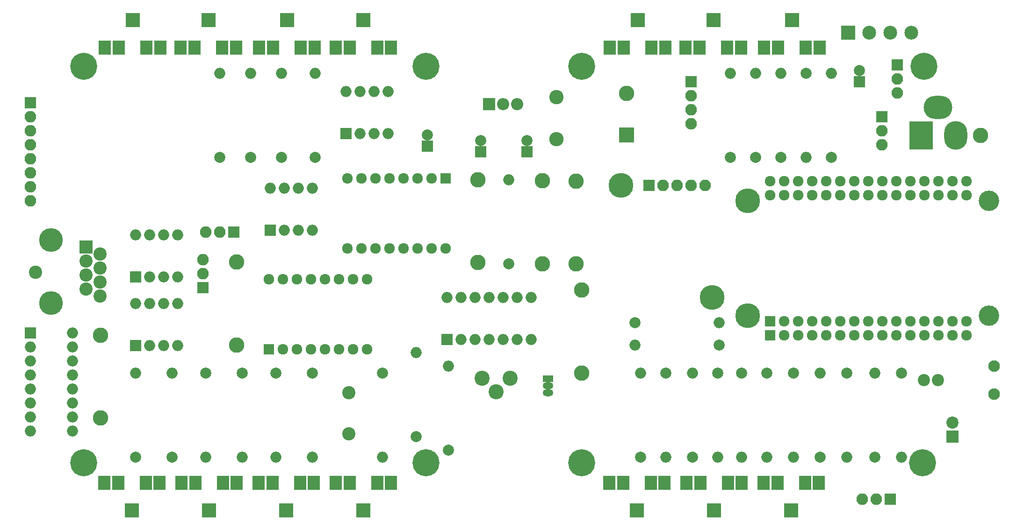
<source format=gbs>
G04 #@! TF.FileFunction,Soldermask,Bot*
%FSLAX46Y46*%
G04 Gerber Fmt 4.6, Leading zero omitted, Abs format (unit mm)*
G04 Created by KiCad (PCBNEW 4.0.7) date 12/21/17 09:23:24*
%MOMM*%
%LPD*%
G01*
G04 APERTURE LIST*
%ADD10C,0.100000*%
%ADD11C,4.900000*%
%ADD12R,2.800000X2.800000*%
%ADD13C,2.800000*%
%ADD14R,2.000000X2.000000*%
%ADD15C,2.000000*%
%ADD16O,2.000000X2.000000*%
%ADD17O,1.900000X1.300000*%
%ADD18R,1.900000X1.300000*%
%ADD19O,4.200000X5.200000*%
%ADD20R,4.200000X5.200000*%
%ADD21O,5.200000X4.200000*%
%ADD22C,2.600000*%
%ADD23O,2.600000X2.600000*%
%ADD24C,2.740000*%
%ADD25R,2.200000X2.600000*%
%ADD26R,2.600000X2.600000*%
%ADD27R,2.200000X2.200000*%
%ADD28C,2.200000*%
%ADD29R,1.924000X1.924000*%
%ADD30C,1.924000*%
%ADD31C,2.400000*%
%ADD32R,2.400000X2.400000*%
%ADD33C,4.300000*%
%ADD34R,2.100000X2.100000*%
%ADD35O,2.100000X2.100000*%
%ADD36O,2.200000X2.200000*%
%ADD37C,2.100000*%
%ADD38C,2.500000*%
%ADD39R,2.500000X2.500000*%
%ADD40C,4.500000*%
%ADD41C,3.700000*%
G04 APERTURE END LIST*
D10*
D11*
X223774000Y-125984000D03*
D12*
X170180000Y-66548000D03*
D13*
X170180000Y-59048000D03*
D14*
X152146000Y-69596000D03*
D15*
X152146000Y-67596000D03*
D13*
X162052000Y-109728000D03*
X162052000Y-94728000D03*
D14*
X143764000Y-69596000D03*
D15*
X143764000Y-67596000D03*
D14*
X134112000Y-68580000D03*
D15*
X134112000Y-66580000D03*
D13*
X154940000Y-89916000D03*
X154940000Y-74916000D03*
X161036000Y-74930000D03*
X161036000Y-89930000D03*
D14*
X212344000Y-56896000D03*
D15*
X212344000Y-54896000D03*
D13*
X99568000Y-104648000D03*
X99568000Y-89648000D03*
X74930000Y-102870000D03*
X74930000Y-117870000D03*
X143256000Y-74676000D03*
X143256000Y-89676000D03*
D14*
X81280000Y-104775000D03*
D16*
X88900000Y-97155000D03*
X83820000Y-104775000D03*
X86360000Y-97155000D03*
X86360000Y-104775000D03*
X83820000Y-97155000D03*
X88900000Y-104775000D03*
X81280000Y-97155000D03*
D14*
X81280000Y-92329000D03*
D16*
X88900000Y-84709000D03*
X83820000Y-92329000D03*
X86360000Y-84709000D03*
X86360000Y-92329000D03*
X83820000Y-84709000D03*
X88900000Y-92329000D03*
X81280000Y-84709000D03*
D17*
X155956000Y-112014000D03*
X155956000Y-113284000D03*
D18*
X155956000Y-110744000D03*
D14*
X119380000Y-66294000D03*
D16*
X127000000Y-58674000D03*
X121920000Y-66294000D03*
X124460000Y-58674000D03*
X124460000Y-66294000D03*
X121920000Y-58674000D03*
X127000000Y-66294000D03*
X119380000Y-58674000D03*
D14*
X105664000Y-83820000D03*
D16*
X113284000Y-76200000D03*
X108204000Y-83820000D03*
X110744000Y-76200000D03*
X110744000Y-83820000D03*
X108204000Y-76200000D03*
X113284000Y-83820000D03*
X105664000Y-76200000D03*
D19*
X229820000Y-66675000D03*
D20*
X223520000Y-66675000D03*
D21*
X226620000Y-61595000D03*
D13*
X234320000Y-66675000D03*
D22*
X157480000Y-59690000D03*
D23*
X157480000Y-67310000D03*
D15*
X195580000Y-109728000D03*
D16*
X195580000Y-124968000D03*
D15*
X148844000Y-89916000D03*
D16*
X148844000Y-74676000D03*
D15*
X137922000Y-123698000D03*
D16*
X137922000Y-108458000D03*
D15*
X132080000Y-121285000D03*
D16*
X132080000Y-106045000D03*
D15*
X186944000Y-104648000D03*
D16*
X171704000Y-104648000D03*
D15*
X171704000Y-100584000D03*
D16*
X186944000Y-100584000D03*
D15*
X125984000Y-109728000D03*
D16*
X125984000Y-124968000D03*
D15*
X207264000Y-70612000D03*
D16*
X207264000Y-55372000D03*
D15*
X182118000Y-124968000D03*
D16*
X182118000Y-109728000D03*
D15*
X177292000Y-109728000D03*
D16*
X177292000Y-124968000D03*
D15*
X172720000Y-124968000D03*
D16*
X172720000Y-109728000D03*
D15*
X202692000Y-55372000D03*
D16*
X202692000Y-70612000D03*
D15*
X210058000Y-109728000D03*
D16*
X210058000Y-124968000D03*
D15*
X205232000Y-124968000D03*
D16*
X205232000Y-109728000D03*
D15*
X200406000Y-109728000D03*
D16*
X200406000Y-124968000D03*
D15*
X93980000Y-109728000D03*
D16*
X93980000Y-124968000D03*
D15*
X100584000Y-109728000D03*
D16*
X100584000Y-124968000D03*
D15*
X106680000Y-109728000D03*
D16*
X106680000Y-124968000D03*
D15*
X113284000Y-109728000D03*
D16*
X113284000Y-124968000D03*
D15*
X186690000Y-109728000D03*
D16*
X186690000Y-124968000D03*
D15*
X191008000Y-109728000D03*
D16*
X191008000Y-124968000D03*
D15*
X193548000Y-70612000D03*
D16*
X193548000Y-55372000D03*
D15*
X188976000Y-70612000D03*
D16*
X188976000Y-55372000D03*
D15*
X113792000Y-70612000D03*
D16*
X113792000Y-55372000D03*
D15*
X107696000Y-70612000D03*
D16*
X107696000Y-55372000D03*
D15*
X102108000Y-70612000D03*
D16*
X102108000Y-55372000D03*
D15*
X96520000Y-70612000D03*
D16*
X96520000Y-55372000D03*
D15*
X198120000Y-70612000D03*
D16*
X198120000Y-55372000D03*
D15*
X81280000Y-124968000D03*
D16*
X81280000Y-109728000D03*
D15*
X87884000Y-124968000D03*
D16*
X87884000Y-109728000D03*
D14*
X62230000Y-102489000D03*
D16*
X69850000Y-120269000D03*
X62230000Y-105029000D03*
X69850000Y-117729000D03*
X62230000Y-107569000D03*
X69850000Y-115189000D03*
X62230000Y-110109000D03*
X69850000Y-112649000D03*
X62230000Y-112649000D03*
X69850000Y-110109000D03*
X62230000Y-115189000D03*
X69850000Y-107569000D03*
X62230000Y-117729000D03*
X69850000Y-105029000D03*
X62230000Y-120269000D03*
X69850000Y-102489000D03*
D14*
X137668000Y-103632000D03*
D16*
X152908000Y-96012000D03*
X140208000Y-103632000D03*
X150368000Y-96012000D03*
X142748000Y-103632000D03*
X147828000Y-96012000D03*
X145288000Y-103632000D03*
X145288000Y-96012000D03*
X147828000Y-103632000D03*
X142748000Y-96012000D03*
X150368000Y-103632000D03*
X140208000Y-96012000D03*
X152908000Y-103632000D03*
X137668000Y-96012000D03*
D24*
X144098000Y-110666000D03*
X146598000Y-113166000D03*
X149098000Y-110666000D03*
D25*
X78145000Y-129620000D03*
X83145000Y-129620000D03*
X75645000Y-129620000D03*
X85645000Y-129620000D03*
D26*
X80645000Y-134620000D03*
D25*
X92115000Y-129620000D03*
X97115000Y-129620000D03*
X89615000Y-129620000D03*
X99615000Y-129620000D03*
D26*
X94615000Y-134620000D03*
D25*
X106085000Y-129620000D03*
X111085000Y-129620000D03*
X103585000Y-129620000D03*
X113585000Y-129620000D03*
D26*
X108585000Y-134620000D03*
D25*
X120055000Y-129620000D03*
X125055000Y-129620000D03*
X117555000Y-129620000D03*
X127555000Y-129620000D03*
D26*
X122555000Y-134620000D03*
D25*
X197525000Y-129620000D03*
X202525000Y-129620000D03*
X195025000Y-129620000D03*
X205025000Y-129620000D03*
D26*
X200025000Y-134620000D03*
D25*
X169585000Y-129620000D03*
X174585000Y-129620000D03*
X167085000Y-129620000D03*
X177085000Y-129620000D03*
D26*
X172085000Y-134620000D03*
D25*
X183555000Y-129620000D03*
X188555000Y-129620000D03*
X181055000Y-129620000D03*
X191055000Y-129620000D03*
D26*
X186055000Y-134620000D03*
D25*
X202652000Y-50720000D03*
X197652000Y-50720000D03*
X205152000Y-50720000D03*
X195152000Y-50720000D03*
D26*
X200152000Y-45720000D03*
D25*
X188428000Y-50720000D03*
X183428000Y-50720000D03*
X190928000Y-50720000D03*
X180928000Y-50720000D03*
D26*
X185928000Y-45720000D03*
D25*
X174712000Y-50720000D03*
X169712000Y-50720000D03*
X177212000Y-50720000D03*
X167212000Y-50720000D03*
D26*
X172212000Y-45720000D03*
D25*
X125055000Y-50720000D03*
X120055000Y-50720000D03*
X127555000Y-50720000D03*
X117555000Y-50720000D03*
D26*
X122555000Y-45720000D03*
D25*
X111212000Y-50720000D03*
X106212000Y-50720000D03*
X113712000Y-50720000D03*
X103712000Y-50720000D03*
D26*
X108712000Y-45720000D03*
D25*
X96988000Y-50720000D03*
X91988000Y-50720000D03*
X99488000Y-50720000D03*
X89488000Y-50720000D03*
D26*
X94488000Y-45720000D03*
D25*
X83272000Y-50720000D03*
X78272000Y-50720000D03*
X85772000Y-50720000D03*
X75772000Y-50720000D03*
D26*
X80772000Y-45720000D03*
D27*
X229235000Y-121285000D03*
D28*
X229235000Y-118745000D03*
D29*
X137414000Y-74422000D03*
D30*
X134874000Y-74422000D03*
X132334000Y-74422000D03*
X129794000Y-74422000D03*
X127254000Y-74422000D03*
X124714000Y-74422000D03*
X122174000Y-74422000D03*
X119634000Y-74422000D03*
X119634000Y-87122000D03*
X122174000Y-87122000D03*
X124714000Y-87122000D03*
X127254000Y-87122000D03*
X129794000Y-87122000D03*
X132334000Y-87122000D03*
X134874000Y-87122000D03*
X137414000Y-87122000D03*
D29*
X105410000Y-105410000D03*
D30*
X107950000Y-105410000D03*
X110490000Y-105410000D03*
X113030000Y-105410000D03*
X115570000Y-105410000D03*
X118110000Y-105410000D03*
X120650000Y-105410000D03*
X123190000Y-105410000D03*
X123190000Y-92710000D03*
X120650000Y-92710000D03*
X118110000Y-92710000D03*
X115570000Y-92710000D03*
X113030000Y-92710000D03*
X110490000Y-92710000D03*
X107950000Y-92710000D03*
X105410000Y-92710000D03*
D31*
X63216000Y-91440000D03*
X72360000Y-94488000D03*
D32*
X72360000Y-86888000D03*
D31*
X72360000Y-89428000D03*
X74900000Y-88158000D03*
X74900000Y-95758000D03*
D33*
X66000000Y-85618000D03*
X66000000Y-97048000D03*
D31*
X74900000Y-90698000D03*
X72360000Y-91968000D03*
X74900000Y-93238000D03*
D34*
X217932000Y-132588000D03*
D35*
X215392000Y-132588000D03*
X212852000Y-132588000D03*
D34*
X219202000Y-53848000D03*
D35*
X219202000Y-56388000D03*
X219202000Y-58928000D03*
D34*
X216408000Y-63246000D03*
D35*
X216408000Y-65786000D03*
X216408000Y-68326000D03*
D34*
X93472000Y-94234000D03*
D35*
X93472000Y-91694000D03*
X93472000Y-89154000D03*
D34*
X99060000Y-84201000D03*
D35*
X96520000Y-84201000D03*
X93980000Y-84201000D03*
D27*
X145288000Y-60960000D03*
D36*
X147828000Y-60960000D03*
X150368000Y-60960000D03*
D31*
X119888000Y-113284000D03*
X119888000Y-120784000D03*
D34*
X181864000Y-56896000D03*
D35*
X181864000Y-59436000D03*
X181864000Y-61976000D03*
X181864000Y-64516000D03*
D15*
X215138000Y-124968000D03*
D16*
X215138000Y-109728000D03*
D15*
X219964000Y-109728000D03*
D16*
X219964000Y-124968000D03*
D28*
X224028000Y-110998000D03*
X226568000Y-110998000D03*
D37*
X236728000Y-108458000D03*
X236728000Y-113538000D03*
D38*
X221742000Y-48006000D03*
X217932000Y-48006000D03*
D39*
X210312000Y-48006000D03*
D38*
X214122000Y-48006000D03*
D11*
X162052000Y-125984000D03*
X133858000Y-125984000D03*
X71882000Y-125984000D03*
X71882000Y-54102000D03*
X133858000Y-54102000D03*
X162052000Y-54102000D03*
X224028000Y-54102000D03*
D34*
X62230000Y-60706000D03*
D35*
X62230000Y-63246000D03*
X62230000Y-65786000D03*
X62230000Y-68326000D03*
X62230000Y-70866000D03*
X62230000Y-73406000D03*
X62230000Y-75946000D03*
X62230000Y-78486000D03*
D34*
X174244000Y-75692000D03*
D35*
X176784000Y-75692000D03*
X179324000Y-75692000D03*
X181864000Y-75692000D03*
X184404000Y-75692000D03*
D40*
X169164000Y-75692000D03*
X185674000Y-96012000D03*
D30*
X231775000Y-77470000D03*
X229235000Y-77470000D03*
X226695000Y-77470000D03*
X224155000Y-77470000D03*
X221615000Y-77470000D03*
X219075000Y-77470000D03*
X216535000Y-77470000D03*
X213995000Y-77470000D03*
X211455000Y-77470000D03*
X208915000Y-77470000D03*
X206375000Y-77470000D03*
X203835000Y-77470000D03*
X201295000Y-77470000D03*
X198755000Y-77470000D03*
X196215000Y-77470000D03*
X196215000Y-74930000D03*
X198755000Y-74930000D03*
X201295000Y-74930000D03*
X203835000Y-74930000D03*
X206375000Y-74930000D03*
X208915000Y-74930000D03*
X211455000Y-74930000D03*
X213995000Y-74930000D03*
X216535000Y-74930000D03*
X219075000Y-74930000D03*
X221615000Y-74930000D03*
X224155000Y-74930000D03*
X226695000Y-74930000D03*
X229235000Y-74930000D03*
X231775000Y-74930000D03*
X231775000Y-100330000D03*
X229235000Y-100330000D03*
X226695000Y-100330000D03*
X224155000Y-100330000D03*
X221615000Y-100330000D03*
X219075000Y-100330000D03*
X216535000Y-100330000D03*
X213995000Y-100330000D03*
X211455000Y-100330000D03*
X208915000Y-100330000D03*
X206375000Y-100330000D03*
X203835000Y-100330000D03*
X201295000Y-100330000D03*
X198755000Y-100330000D03*
D29*
X196215000Y-100330000D03*
X196215000Y-102870000D03*
D30*
X198755000Y-102870000D03*
X201295000Y-102870000D03*
X203835000Y-102870000D03*
X206375000Y-102870000D03*
X208915000Y-102870000D03*
X211455000Y-102870000D03*
X213995000Y-102870000D03*
X216535000Y-102870000D03*
X219075000Y-102870000D03*
X221615000Y-102870000D03*
X224155000Y-102870000D03*
X226695000Y-102870000D03*
X229235000Y-102870000D03*
X231775000Y-102870000D03*
D40*
X192151000Y-78486000D03*
X192151000Y-99314000D03*
D41*
X235839000Y-78486000D03*
X235839000Y-99314000D03*
M02*

</source>
